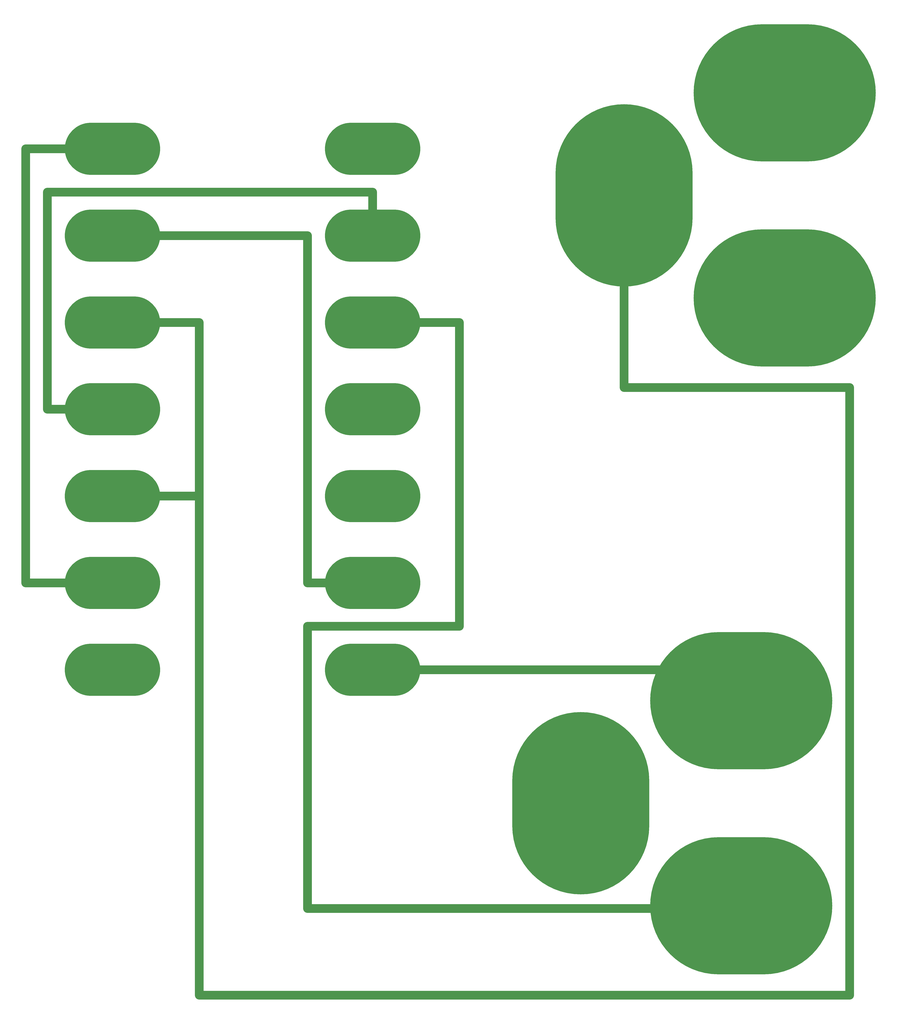
<source format=gbr>
G04 DesignSpark PCB Gerber Version 9.0 Build 5138 *
%FSLAX35Y35*%
%MOIN*%
%ADD70O,2.82694X3.75732*%
%ADD17C,0.17892*%
%ADD18O,1.96812X1.07352*%
%ADD19O,3.75732X2.82694*%
X0Y0D02*
D02*
D17*
X1352700Y1531620D02*
X1173780D01*
Y2426220*
X1352700*
Y2068380D02*
X1531620D01*
Y1710540*
Y681750*
X2873520*
Y1934190*
X2408258*
Y2330068*
X1531620Y1710540D02*
X1352700D01*
X1889460Y1531620D02*
X1755270D01*
Y2247300*
X1352700*
X1889460D02*
Y2336760D01*
X1218510*
Y1889460*
X1352700*
X2649870Y866306D02*
Y860670D01*
X1755270*
Y1442160*
X2068380*
Y2068380*
X1889460*
X2649870Y1288951D02*
Y1352700D01*
X1889460*
D02*
D18*
X1352700D03*
Y1531620D03*
Y1710540D03*
Y1889460D03*
Y2068380D03*
Y2247300D03*
Y2426220D03*
X1889460Y1352700D03*
Y1531620D03*
Y1710540D03*
Y1889460D03*
Y2068380D03*
Y2247300D03*
Y2426220D03*
D02*
D19*
X2649870Y866306D03*
Y1288951D03*
X2739330Y2118745D03*
Y2541391D03*
D02*
D70*
X2318798Y1077628D03*
X2408258Y2330068D03*
X0Y0D02*
M02*

</source>
